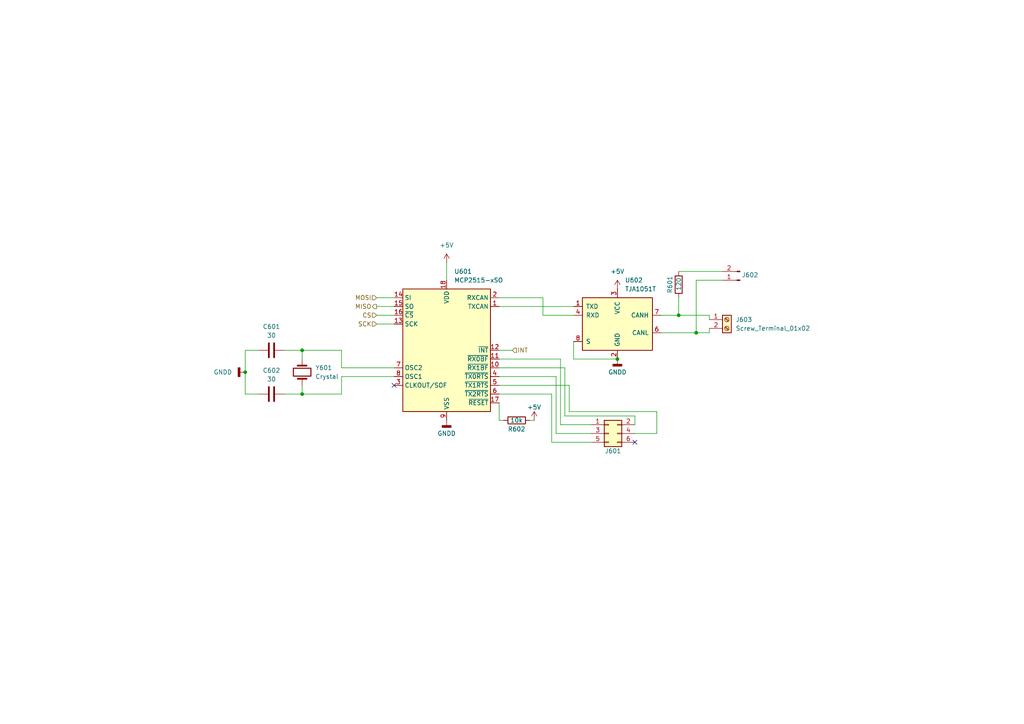
<source format=kicad_sch>
(kicad_sch (version 20231120) (generator "eeschema") (generator_version "8.0")
  (paper "A4")
  (lib_symbols
    (symbol "Connector:Conn_01x02_Pin" (pin_names (offset 1.016) hide)
      (property "Reference" "J" (at 0 2.54 0))
      (property "Value" "Conn_01x02_Pin" (at 0 -5.08 0))
      (symbol "Conn_01x02_Pin_1_1"
        (polyline (pts (xy 1.27 -2.54) (xy 0.8636 -2.54)) (stroke (width 0.1524)))
        (polyline (pts (xy 1.27 0) (xy 0.8636 0)) (stroke (width 0.1524)))
        (rectangle (start 0.8636 -2.413) (end 0 -2.667) (stroke (width 0.1524)) (fill (type outline)))
        (rectangle (start 0.8636 0.127) (end 0 -0.127) (stroke (width 0.1524)) (fill (type outline)))
        (pin passive line (at 5.08 0 180) (length 3.81) (name "Pin_1") (number "1"))
        (pin passive line (at 5.08 -2.54 180) (length 3.81) (name "Pin_2") (number "2"))
      )
    )
    (symbol "Connector:Screw_Terminal_01x02" (pin_names (offset 1.016) hide)
      (property "Reference" "J" (at 0 2.54 0))
      (property "Value" "Screw_Terminal_01x02" (at 0 -5.08 0))
      (symbol "Screw_Terminal_01x02_1_1"
        (rectangle (start -1.27 1.27) (end 1.27 -3.81) (stroke (width 0.254)) (fill (type background)))
        (circle (center 0 -2.54) (radius 0.635) (stroke (width 0.1524)))
        (polyline (pts (xy -0.5334 -2.2098) (xy 0.3302 -3.048)) (stroke (width 0.1524)))
        (polyline (pts (xy -0.5334 0.3302) (xy 0.3302 -0.508)) (stroke (width 0.1524)))
        (polyline (pts (xy -0.3556 -2.032) (xy 0.508 -2.8702)) (stroke (width 0.1524)))
        (polyline (pts (xy -0.3556 0.508) (xy 0.508 -0.3302)) (stroke (width 0.1524)))
        (circle (center 0 0) (radius 0.635) (stroke (width 0.1524)))
        (pin passive line (at -5.08 0 0) (length 3.81) (name "Pin_1") (number "1"))
        (pin passive line (at -5.08 -2.54 0) (length 3.81) (name "Pin_2") (number "2"))
      )
    )
    (symbol "Connector_Generic:Conn_02x03_Odd_Even" (pin_names (offset 1.016) hide)
      (property "Reference" "J" (at 1.27 5.08 0))
      (property "Value" "Conn_02x03_Odd_Even" (at 1.27 -5.08 0))
      (symbol "Conn_02x03_Odd_Even_1_1"
        (rectangle (start -1.27 -2.413) (end 0 -2.667) (stroke (width 0.1524)))
        (rectangle (start -1.27 0.127) (end 0 -0.127) (stroke (width 0.1524)))
        (rectangle (start -1.27 2.667) (end 0 2.413) (stroke (width 0.1524)))
        (rectangle (start -1.27 3.81) (end 3.81 -3.81) (stroke (width 0.254)) (fill (type background)))
        (rectangle (start 3.81 -2.413) (end 2.54 -2.667) (stroke (width 0.1524)))
        (rectangle (start 3.81 0.127) (end 2.54 -0.127) (stroke (width 0.1524)))
        (rectangle (start 3.81 2.667) (end 2.54 2.413) (stroke (width 0.1524)))
        (pin passive line (at -5.08 2.54 0) (length 3.81) (name "Pin_1") (number "1"))
        (pin passive line (at 7.62 2.54 180) (length 3.81) (name "Pin_2") (number "2"))
        (pin passive line (at -5.08 0 0) (length 3.81) (name "Pin_3") (number "3"))
        (pin passive line (at 7.62 0 180) (length 3.81) (name "Pin_4") (number "4"))
        (pin passive line (at -5.08 -2.54 0) (length 3.81) (name "Pin_5") (number "5"))
        (pin passive line (at 7.62 -2.54 180) (length 3.81) (name "Pin_6") (number "6"))
      )
    )
    (symbol "Device:C" (pin_numbers hide) (pin_names (offset 0.254))
      (property "Reference" "C" (at 0.635 2.54 0))
      (property "Value" "C" (at 0.635 -2.54 0))
      (symbol "C_0_1"
        (polyline (pts (xy -2.032 -0.762) (xy 2.032 -0.762)) (stroke (width 0.508)))
        (polyline (pts (xy -2.032 0.762) (xy 2.032 0.762)) (stroke (width 0.508)))
      )
      (symbol "C_1_1"
        (pin passive line (at 0 3.81 270) (length 2.794) (name "~") (number "1"))
        (pin passive line (at 0 -3.81 90) (length 2.794) (name "~") (number "2"))
      )
    )
    (symbol "Device:Crystal" (pin_numbers hide) (pin_names (offset 1.016) hide)
      (property "Reference" "Y" (at 0 3.81 0))
      (property "Value" "Crystal" (at 0 -3.81 0))
      (symbol "Crystal_0_1"
        (rectangle (start -1.143 2.54) (end 1.143 -2.54) (stroke (width 0.3048)))
        (polyline (pts (xy -2.54 0) (xy -1.905 0)))
        (polyline (pts (xy -1.905 -1.27) (xy -1.905 1.27)) (stroke (width 0.508)))
        (polyline (pts (xy 1.905 -1.27) (xy 1.905 1.27)) (stroke (width 0.508)))
        (polyline (pts (xy 2.54 0) (xy 1.905 0)))
      )
      (symbol "Crystal_1_1"
        (pin passive line (at -3.81 0 0) (length 1.27) (name "1") (number "1"))
        (pin passive line (at 3.81 0 180) (length 1.27) (name "2") (number "2"))
      )
    )
    (symbol "Device:R" (pin_numbers hide) (pin_names (offset 0))
      (property "Reference" "R" (at 2.032 0 90))
      (property "Value" "R" (at 0 0 90))
      (symbol "R_0_1"
        (rectangle (start -1.016 -2.54) (end 1.016 2.54) (stroke (width 0.254)))
      )
      (symbol "R_1_1"
        (pin passive line (at 0 3.81 270) (length 1.27) (name "~") (number "1"))
        (pin passive line (at 0 -3.81 90) (length 1.27) (name "~") (number "2"))
      )
    )
    (symbol "Interface_CAN_LIN:MCP2515-xSO"
      (property "Reference" "U" (at -10.16 19.685 0))
      (property "Value" "MCP2515-xSO" (at 19.05 20.32 0))
      (symbol "MCP2515-xSO_0_1"
        (rectangle (start -12.7 17.78) (end 12.7 -17.78) (stroke (width 0.254)) (fill (type background)))
      )
      (symbol "MCP2515-xSO_1_1"
        (pin output line (at 15.24 12.7 180) (length 2.54) (name "TXCAN") (number "1"))
        (pin output line (at 15.24 -5.08 180) (length 2.54) (name "~{RX1BF}") (number "10"))
        (pin output line (at 15.24 -2.54 180) (length 2.54) (name "~{RX0BF}") (number "11"))
        (pin output line (at 15.24 0 180) (length 2.54) (name "~{INT}") (number "12"))
        (pin input line (at -15.24 7.62 0) (length 2.54) (name "SCK") (number "13"))
        (pin input line (at -15.24 15.24 0) (length 2.54) (name "SI") (number "14"))
        (pin output line (at -15.24 12.7 0) (length 2.54) (name "SO") (number "15"))
        (pin input line (at -15.24 10.16 0) (length 2.54) (name "~{CS}") (number "16"))
        (pin input line (at 15.24 -15.24 180) (length 2.54) (name "~{RESET}") (number "17"))
        (pin power_in line (at 0 20.32 270) (length 2.54) (name "VDD") (number "18"))
        (pin input line (at 15.24 15.24 180) (length 2.54) (name "RXCAN") (number "2"))
        (pin output line (at -15.24 -10.16 0) (length 2.54) (name "CLKOUT/SOF") (number "3"))
        (pin input line (at 15.24 -7.62 180) (length 2.54) (name "~{TX0RTS}") (number "4"))
        (pin input line (at 15.24 -10.16 180) (length 2.54) (name "~{TX1RTS}") (number "5"))
        (pin input line (at 15.24 -12.7 180) (length 2.54) (name "~{TX2RTS}") (number "6"))
        (pin output line (at -15.24 -5.08 0) (length 2.54) (name "OSC2") (number "7"))
        (pin input line (at -15.24 -7.62 0) (length 2.54) (name "OSC1") (number "8"))
        (pin power_in line (at 0 -20.32 90) (length 2.54) (name "VSS") (number "9"))
      )
    )
    (symbol "Interface_CAN_LIN:TJA1051T" (pin_names (offset 1.016))
      (property "Reference" "U" (at -10.16 8.89 0))
      (property "Value" "TJA1051T" (at 1.27 8.89 0))
      (symbol "TJA1051T_0_1"
        (rectangle (start -10.16 7.62) (end 10.16 -7.62) (stroke (width 0.254)) (fill (type background)))
      )
      (symbol "TJA1051T_1_1"
        (pin input line (at -12.7 5.08 0) (length 2.54) (name "TXD") (number "1"))
        (pin power_in line (at 0 -10.16 90) (length 2.54) (name "GND") (number "2"))
        (pin power_in line (at 0 10.16 270) (length 2.54) (name "VCC") (number "3"))
        (pin output line (at -12.7 2.54 0) (length 2.54) (name "RXD") (number "4"))
        (pin no_connect line (at -10.16 -2.54 0) (length 2.54) hide (name "NC") (number "5"))
        (pin bidirectional line (at 12.7 -2.54 180) (length 2.54) (name "CANL") (number "6"))
        (pin bidirectional line (at 12.7 2.54 180) (length 2.54) (name "CANH") (number "7"))
        (pin input line (at -12.7 -5.08 0) (length 2.54) (name "S") (number "8"))
      )
    )
    (symbol "power:+5V" (power) (pin_numbers hide) (pin_names (offset 0) hide)
      (property "Value" "+5V" (at 0 3.556 0))
      (symbol "+5V_0_1"
        (polyline (pts (xy -0.762 1.27) (xy 0 2.54)))
        (polyline (pts (xy 0 0) (xy 0 2.54)))
        (polyline (pts (xy 0 2.54) (xy 0.762 1.27)))
      )
      (symbol "+5V_1_1"
        (pin power_in line (at 0 0 90) (length 0) (name "~") (number "1"))
      )
    )
    (symbol "power:GNDD" (power) (pin_numbers hide) (pin_names (offset 0) hide)
      (property "Value" "GNDD" (at 0 -3.175 0))
      (symbol "GNDD_0_1"
        (rectangle (start -1.27 -1.524) (end 1.27 -2.032) (stroke (width 0.254)) (fill (type outline)))
        (polyline (pts (xy 0 0) (xy 0 -1.524)))
      )
      (symbol "GNDD_1_1"
        (pin power_in line (at 0 0 270) (length 0) (name "~") (number "1"))
      )
    )
  )
  (junction (at 87.63 114.3))
  (junction (at 196.85 91.44))
  (junction (at 179.07 104.14))
  (junction (at 71.12 107.95))
  (junction (at 201.93 96.52))
  (junction (at 87.63 101.6))
  (no_connect (at 184.15 128.27))
  (no_connect (at 114.3 111.76))
  (wire (pts (xy 184.15 120.65) (xy 163.83 120.65)))
  (wire (pts (xy 160.02 114.3) (xy 160.02 128.27)))
  (wire (pts (xy 163.83 120.65) (xy 163.83 106.68)))
  (wire (pts (xy 201.93 96.52) (xy 205.74 96.52)))
  (wire (pts (xy 144.78 88.9) (xy 166.37 88.9)))
  (wire (pts (xy 144.78 111.76) (xy 165.1 111.76)))
  (wire (pts (xy 191.77 96.52) (xy 201.93 96.52)))
  (wire (pts (xy 99.06 106.68) (xy 99.06 101.6)))
  (wire (pts (xy 161.29 109.22) (xy 161.29 125.73)))
  (wire (pts (xy 201.93 81.28) (xy 201.93 96.52)))
  (wire (pts (xy 109.22 86.36) (xy 114.3 86.36)))
  (wire (pts (xy 162.56 104.14) (xy 162.56 123.19)))
  (wire (pts (xy 196.85 78.74) (xy 209.55 78.74)))
  (wire (pts (xy 144.78 121.92) (xy 144.78 116.84)))
  (wire (pts (xy 144.78 114.3) (xy 160.02 114.3)))
  (wire (pts (xy 109.22 91.44) (xy 114.3 91.44)))
  (wire (pts (xy 71.12 107.95) (xy 71.12 101.6)))
  (wire (pts (xy 196.85 91.44) (xy 205.74 91.44)))
  (wire (pts (xy 129.54 76.2) (xy 129.54 81.28)))
  (wire (pts (xy 109.22 88.9) (xy 114.3 88.9)))
  (wire (pts (xy 153.67 121.92) (xy 154.94 121.92)))
  (wire (pts (xy 99.06 109.22) (xy 99.06 114.3)))
  (wire (pts (xy 190.5 125.73) (xy 184.15 125.73)))
  (wire (pts (xy 160.02 128.27) (xy 171.45 128.27)))
  (wire (pts (xy 191.77 91.44) (xy 196.85 91.44)))
  (wire (pts (xy 144.78 109.22) (xy 161.29 109.22)))
  (wire (pts (xy 162.56 123.19) (xy 171.45 123.19)))
  (wire (pts (xy 184.15 123.19) (xy 184.15 120.65)))
  (wire (pts (xy 87.63 114.3) (xy 87.63 111.76)))
  (wire (pts (xy 165.1 119.38) (xy 190.5 119.38)))
  (wire (pts (xy 157.48 91.44) (xy 157.48 86.36)))
  (wire (pts (xy 144.78 101.6) (xy 148.59 101.6)))
  (wire (pts (xy 209.55 81.28) (xy 201.93 81.28)))
  (wire (pts (xy 144.78 86.36) (xy 157.48 86.36)))
  (wire (pts (xy 109.22 93.98) (xy 114.3 93.98)))
  (wire (pts (xy 82.55 101.6) (xy 87.63 101.6)))
  (wire (pts (xy 144.78 106.68) (xy 163.83 106.68)))
  (wire (pts (xy 190.5 119.38) (xy 190.5 125.73)))
  (wire (pts (xy 161.29 125.73) (xy 171.45 125.73)))
  (wire (pts (xy 165.1 111.76) (xy 165.1 119.38)))
  (wire (pts (xy 99.06 106.68) (xy 114.3 106.68)))
  (wire (pts (xy 87.63 114.3) (xy 99.06 114.3)))
  (wire (pts (xy 87.63 101.6) (xy 99.06 101.6)))
  (wire (pts (xy 166.37 91.44) (xy 157.48 91.44)))
  (wire (pts (xy 71.12 114.3) (xy 71.12 107.95)))
  (wire (pts (xy 71.12 101.6) (xy 74.93 101.6)))
  (wire (pts (xy 144.78 104.14) (xy 162.56 104.14)))
  (wire (pts (xy 205.74 91.44) (xy 205.74 92.71)))
  (wire (pts (xy 166.37 99.06) (xy 166.37 104.14)))
  (wire (pts (xy 166.37 104.14) (xy 179.07 104.14)))
  (wire (pts (xy 87.63 104.14) (xy 87.63 101.6)))
  (wire (pts (xy 74.93 114.3) (xy 71.12 114.3)))
  (wire (pts (xy 99.06 109.22) (xy 114.3 109.22)))
  (wire (pts (xy 196.85 86.36) (xy 196.85 91.44)))
  (wire (pts (xy 144.78 121.92) (xy 146.05 121.92)))
  (wire (pts (xy 82.55 114.3) (xy 87.63 114.3)))
  (wire (pts (xy 205.74 96.52) (xy 205.74 95.25)))
  (hierarchical_label "MOSI" (shape input) (at 109.22 86.36 180))
  (hierarchical_label "INT" (shape input) (at 148.59 101.6 0))
  (hierarchical_label "MISO" (shape output) (at 109.22 88.9 180))
  (hierarchical_label "CS" (shape input) (at 109.22 91.44 180))
  (hierarchical_label "SCK" (shape input) (at 109.22 93.98 180))
  (symbol (lib_id "Interface_CAN_LIN:TJA1051T") (at 179.07 93.98 0) (unit 1)
    (property "Reference" "U602" (at 181.2641 81.28 0) (effects (justify left)))
    (property "Value" "TJA1051T" (at 181.2641 83.82 0) (effects (justify left)))
    (property "Footprint" "Package_SO:SOIC-8_3.9x4.9mm_P1.27mm" (effects (hide yes)))
    (property "Datasheet" "http://www.nxp.com/docs/en/data-sheet/TJA1051.pdf" (effects (hide yes)))
    (property "Description" "High-Speed CAN Transceiver, silent mode, SOIC-8" (effects (hide yes)))
  )
  (symbol (lib_id "Device:R") (at 196.85 82.55 0) (unit 1)
    (property "Reference" "R601" (at 194.31 85.09 90) (effects (justify left)))
    (property "Value" "120" (at 196.85 84.328 90) (effects (justify left)))
    (property "Footprint" "Resistor_SMD:R_0603_1608Metric_Pad0.98x0.95mm_HandSolder" (effects (hide yes)))
    (property "Description" "Resistor" (effects (hide yes)))
  )
  (symbol (lib_id "Connector:Screw_Terminal_01x02") (at 210.82 92.71 0) (unit 1)
    (property "Reference" "J603" (at 213.36 92.7099 0) (effects (justify left)))
    (property "Value" "Screw_Terminal_01x02" (at 213.36 95.2499 0) (effects (justify left)))
    (property "Description" "Generic screw terminal, single row, 01x02, script generated (kicad-library-utils/schlib/autogen/connector/)" (effects (hide yes)))
  )
  (symbol (lib_id "power:GNDD") (at 179.07 104.14 0) (unit 1)
    (property "Reference" "#PWR0603" (effects (hide yes)))
    (property "Value" "GNDD" (at 179.07 107.95 0))
    (property "Description" "Power symbol creates a global label with name \"GNDD\" , digital ground" (effects (hide yes)))
  )
  (symbol (lib_id "Device:R") (at 149.86 121.92 90) (unit 1)
    (property "Reference" "R602" (at 152.4 124.46 90) (effects (justify left)))
    (property "Value" "10k" (at 151.638 121.92 90) (effects (justify left)))
    (property "Footprint" "Resistor_SMD:R_0603_1608Metric_Pad0.98x0.95mm_HandSolder" (effects (hide yes)))
    (property "Description" "Resistor" (effects (hide yes)))
  )
  (symbol (lib_id "Connector:Conn_01x02_Pin") (at 214.63 81.28 180) (unit 1)
    (property "Reference" "J602" (at 215.138 79.756 0) (effects (justify right)))
    (property "Value" "Conn_01x02_Pin" (effects (hide yes)))
    (property "Description" "Generic connector, single row, 01x02, script generated" (effects (hide yes)))
  )
  (symbol (lib_id "Interface_CAN_LIN:MCP2515-xSO") (at 129.54 101.6 0) (unit 1)
    (property "Reference" "U601" (at 131.7341 78.74 0) (effects (justify left)))
    (property "Value" "MCP2515-xSO" (at 131.7341 81.28 0) (effects (justify left)))
    (property "Footprint" "Package_SO:SOIC-18W_7.5x11.6mm_P1.27mm" (effects (hide yes)))
    (property "Datasheet" "http://ww1.microchip.com/downloads/en/DeviceDoc/21801e.pdf" (effects (hide yes)))
    (property "Description" "Stand-Alone CAN Controller with SPI Interface, SOIC-18" (effects (hide yes)))
  )
  (symbol (lib_id "power:GNDD") (at 71.12 107.95 270) (unit 1)
    (property "Reference" "#PWR0606" (effects (hide yes)))
    (property "Value" "GNDD" (at 67.31 107.9499 90) (effects (justify right)))
    (property "Description" "Power symbol creates a global label with name \"GNDD\" , digital ground" (effects (hide yes)))
  )
  (symbol (lib_id "Connector_Generic:Conn_02x03_Odd_Even") (at 176.53 125.73 0) (unit 1)
    (property "Reference" "J601" (at 177.8 130.81 0))
    (property "Value" "Conn_02x03_Odd_Even" (effects (hide yes)))
    (property "Description" "Generic connector, double row, 02x03, odd/even pin numbering scheme (row 1 odd numbers, row 2 even numbers), script generated (kicad-library-utils/schlib/autogen/connector/)" (effects (hide yes)))
  )
  (symbol (lib_id "power:+5V") (at 129.54 76.2 0) (unit 1)
    (property "Reference" "#PWR0601" (effects (hide yes)))
    (property "Value" "+5V" (at 129.54 71.12 0))
    (property "Description" "Power symbol creates a global label with name \"+5V\"" (effects (hide yes)))
  )
  (symbol (lib_id "Device:C") (at 78.74 101.6 90) (unit 1)
    (property "Reference" "C601" (at 78.74 94.742 90))
    (property "Value" "30" (at 78.74 97.282 90))
    (property "Footprint" "Capacitor_SMD:C_0402_1005Metric_Pad0.74x0.62mm_HandSolder" (effects (hide yes)))
    (property "Description" "Unpolarized capacitor" (effects (hide yes)))
  )
  (symbol (lib_id "Device:C") (at 78.74 114.3 90) (unit 1)
    (property "Reference" "C602" (at 78.74 107.442 90))
    (property "Value" "30" (at 78.74 109.982 90))
    (property "Footprint" "Capacitor_SMD:C_0402_1005Metric_Pad0.74x0.62mm_HandSolder" (effects (hide yes)))
    (property "Description" "Unpolarized capacitor" (effects (hide yes)))
  )
  (symbol (lib_id "power:GNDD") (at 129.54 121.92 0) (unit 1)
    (property "Reference" "#PWR0604" (effects (hide yes)))
    (property "Value" "GNDD" (at 129.54 125.73 0))
    (property "Description" "Power symbol creates a global label with name \"GNDD\" , digital ground" (effects (hide yes)))
  )
  (symbol (lib_id "power:+5V") (at 179.07 83.82 0) (unit 1)
    (property "Reference" "#PWR0605" (effects (hide yes)))
    (property "Value" "+5V" (at 179.07 78.74 0))
    (property "Description" "Power symbol creates a global label with name \"+5V\"" (effects (hide yes)))
  )
  (symbol (lib_id "power:+5V") (at 154.94 121.92 0) (unit 1)
    (property "Reference" "#PWR0602" (effects (hide yes)))
    (property "Value" "+5V" (at 154.94 118.11 0))
    (property "Description" "Power symbol creates a global label with name \"+5V\"" (effects (hide yes)))
  )
  (symbol (lib_id "Device:Crystal") (at 87.63 107.95 90) (unit 1)
    (property "Reference" "Y601" (at 91.44 106.6799 90) (effects (justify right)))
    (property "Value" "Crystal" (at 91.44 109.2199 90) (effects (justify right)))
    (property "Description" "Two pin crystal" (effects (hide yes)))
  )
)
</source>
